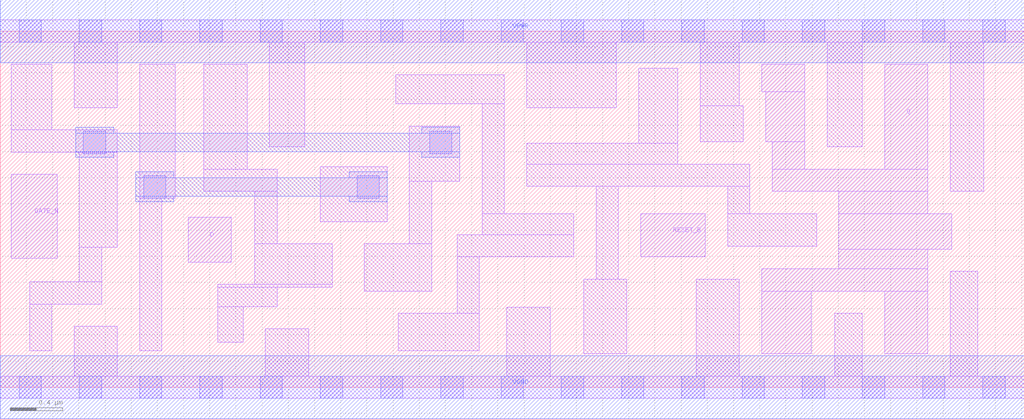
<source format=lef>
# Copyright 2020 The SkyWater PDK Authors
#
# Licensed under the Apache License, Version 2.0 (the "License");
# you may not use this file except in compliance with the License.
# You may obtain a copy of the License at
#
#     https://www.apache.org/licenses/LICENSE-2.0
#
# Unless required by applicable law or agreed to in writing, software
# distributed under the License is distributed on an "AS IS" BASIS,
# WITHOUT WARRANTIES OR CONDITIONS OF ANY KIND, either express or implied.
# See the License for the specific language governing permissions and
# limitations under the License.
#
# SPDX-License-Identifier: Apache-2.0

VERSION 5.7 ;
  NOWIREEXTENSIONATPIN ON ;
  DIVIDERCHAR "/" ;
  BUSBITCHARS "[]" ;
UNITS
  DATABASE MICRONS 200 ;
END UNITS
PROPERTYDEFINITIONS
  MACRO maskLayoutSubType STRING ;
  MACRO prCellType STRING ;
  MACRO originalViewName STRING ;
END PROPERTYDEFINITIONS
MACRO sky130_fd_sc_hdll__dlrtn_4
  CLASS CORE ;
  FOREIGN sky130_fd_sc_hdll__dlrtn_4 ;
  ORIGIN  0.000000  0.000000 ;
  SIZE  7.820000 BY  2.720000 ;
  SYMMETRY X Y R90 ;
  SITE unithd ;
  PIN D
    ANTENNAGATEAREA  0.178200 ;
    DIRECTION INPUT ;
    USE SIGNAL ;
    PORT
      LAYER li1 ;
        RECT 1.435000 0.955000 1.765000 1.300000 ;
    END
  END D
  PIN GATE_N
    ANTENNAGATEAREA  0.178200 ;
    DIRECTION INPUT ;
    USE SIGNAL ;
    PORT
      LAYER li1 ;
        RECT 0.085000 0.985000 0.435000 1.625000 ;
    END
  END GATE_N
  PIN Q
    ANTENNADIFFAREA  0.931000 ;
    DIRECTION OUTPUT ;
    USE SIGNAL ;
    PORT
      LAYER li1 ;
        RECT 5.815000 0.255000 6.195000 0.735000 ;
        RECT 5.815000 0.735000 7.085000 0.905000 ;
        RECT 5.815000 2.255000 6.145000 2.465000 ;
        RECT 5.845000 1.875000 6.145000 2.255000 ;
        RECT 5.895000 1.495000 7.085000 1.665000 ;
        RECT 5.895000 1.665000 6.145000 1.875000 ;
        RECT 6.405000 0.905000 7.085000 1.055000 ;
        RECT 6.405000 1.055000 7.265000 1.325000 ;
        RECT 6.405000 1.325000 7.085000 1.495000 ;
        RECT 6.755000 0.255000 7.085000 0.735000 ;
        RECT 6.755000 1.665000 7.085000 2.465000 ;
    END
  END Q
  PIN RESET_B
    ANTENNAGATEAREA  0.277500 ;
    DIRECTION INPUT ;
    USE SIGNAL ;
    PORT
      LAYER li1 ;
        RECT 4.890000 0.995000 5.385000 1.325000 ;
    END
  END RESET_B
  PIN VGND
    DIRECTION INOUT ;
    USE GROUND ;
    PORT
      LAYER met1 ;
        RECT 0.000000 -0.240000 7.820000 0.240000 ;
    END
  END VGND
  PIN VPWR
    DIRECTION INOUT ;
    USE POWER ;
    PORT
      LAYER met1 ;
        RECT 0.000000 2.480000 7.820000 2.960000 ;
    END
  END VPWR
  OBS
    LAYER li1 ;
      RECT 0.000000 -0.085000 7.820000 0.085000 ;
      RECT 0.000000  2.635000 7.820000 2.805000 ;
      RECT 0.085000  1.795000 0.895000 1.965000 ;
      RECT 0.085000  1.965000 0.395000 2.465000 ;
      RECT 0.225000  0.280000 0.395000 0.635000 ;
      RECT 0.225000  0.635000 0.775000 0.805000 ;
      RECT 0.565000  0.085000 0.895000 0.465000 ;
      RECT 0.565000  2.135000 0.895000 2.635000 ;
      RECT 0.605000  0.805000 0.775000 1.070000 ;
      RECT 0.605000  1.070000 0.895000 1.795000 ;
      RECT 1.065000  0.280000 1.235000 1.445000 ;
      RECT 1.065000  1.445000 1.335000 2.465000 ;
      RECT 1.555000  1.495000 2.115000 1.665000 ;
      RECT 1.555000  1.665000 1.885000 2.465000 ;
      RECT 1.660000  0.345000 1.855000 0.615000 ;
      RECT 1.660000  0.615000 2.115000 0.765000 ;
      RECT 1.660000  0.765000 2.535000 0.785000 ;
      RECT 1.945000  0.785000 2.535000 1.095000 ;
      RECT 1.945000  1.095000 2.115000 1.495000 ;
      RECT 2.025000  0.085000 2.355000 0.445000 ;
      RECT 2.055000  1.835000 2.325000 2.635000 ;
      RECT 2.445000  1.265000 2.955000 1.685000 ;
      RECT 2.780000  0.735000 3.295000 1.095000 ;
      RECT 3.020000  2.165000 3.850000 2.385000 ;
      RECT 3.040000  0.280000 3.660000 0.565000 ;
      RECT 3.125000  1.095000 3.295000 1.575000 ;
      RECT 3.125000  1.575000 3.510000 1.995000 ;
      RECT 3.490000  0.565000 3.660000 0.995000 ;
      RECT 3.490000  0.995000 4.380000 1.165000 ;
      RECT 3.680000  1.165000 4.380000 1.325000 ;
      RECT 3.680000  1.325000 3.850000 2.165000 ;
      RECT 3.870000  0.085000 4.200000 0.610000 ;
      RECT 4.020000  1.535000 5.725000 1.705000 ;
      RECT 4.020000  1.705000 5.175000 1.865000 ;
      RECT 4.020000  2.135000 4.705000 2.635000 ;
      RECT 4.455000  0.255000 4.785000 0.825000 ;
      RECT 4.550000  0.825000 4.720000 1.535000 ;
      RECT 4.875000  1.865000 5.175000 2.435000 ;
      RECT 5.315000  0.085000 5.645000 0.825000 ;
      RECT 5.345000  1.875000 5.675000 2.150000 ;
      RECT 5.345000  2.150000 5.645000 2.635000 ;
      RECT 5.555000  1.075000 6.235000 1.325000 ;
      RECT 5.555000  1.325000 5.725000 1.535000 ;
      RECT 6.315000  1.835000 6.585000 2.635000 ;
      RECT 6.375000  0.085000 6.585000 0.565000 ;
      RECT 7.255000  0.085000 7.465000 0.885000 ;
      RECT 7.255000  1.495000 7.510000 2.635000 ;
    LAYER mcon ;
      RECT 0.145000 -0.085000 0.315000 0.085000 ;
      RECT 0.145000  2.635000 0.315000 2.805000 ;
      RECT 0.605000 -0.085000 0.775000 0.085000 ;
      RECT 0.605000  2.635000 0.775000 2.805000 ;
      RECT 0.635000  1.785000 0.805000 1.955000 ;
      RECT 1.065000 -0.085000 1.235000 0.085000 ;
      RECT 1.065000  2.635000 1.235000 2.805000 ;
      RECT 1.095000  1.445000 1.265000 1.615000 ;
      RECT 1.525000 -0.085000 1.695000 0.085000 ;
      RECT 1.525000  2.635000 1.695000 2.805000 ;
      RECT 1.985000 -0.085000 2.155000 0.085000 ;
      RECT 1.985000  2.635000 2.155000 2.805000 ;
      RECT 2.445000 -0.085000 2.615000 0.085000 ;
      RECT 2.445000  2.635000 2.615000 2.805000 ;
      RECT 2.725000  1.445000 2.895000 1.615000 ;
      RECT 2.905000 -0.085000 3.075000 0.085000 ;
      RECT 2.905000  2.635000 3.075000 2.805000 ;
      RECT 3.280000  1.785000 3.450000 1.955000 ;
      RECT 3.365000 -0.085000 3.535000 0.085000 ;
      RECT 3.365000  2.635000 3.535000 2.805000 ;
      RECT 3.825000 -0.085000 3.995000 0.085000 ;
      RECT 3.825000  2.635000 3.995000 2.805000 ;
      RECT 4.285000 -0.085000 4.455000 0.085000 ;
      RECT 4.285000  2.635000 4.455000 2.805000 ;
      RECT 4.745000 -0.085000 4.915000 0.085000 ;
      RECT 4.745000  2.635000 4.915000 2.805000 ;
      RECT 5.205000 -0.085000 5.375000 0.085000 ;
      RECT 5.205000  2.635000 5.375000 2.805000 ;
      RECT 5.665000 -0.085000 5.835000 0.085000 ;
      RECT 5.665000  2.635000 5.835000 2.805000 ;
      RECT 6.125000 -0.085000 6.295000 0.085000 ;
      RECT 6.125000  2.635000 6.295000 2.805000 ;
      RECT 6.585000 -0.085000 6.755000 0.085000 ;
      RECT 6.585000  2.635000 6.755000 2.805000 ;
      RECT 7.045000 -0.085000 7.215000 0.085000 ;
      RECT 7.045000  2.635000 7.215000 2.805000 ;
      RECT 7.505000 -0.085000 7.675000 0.085000 ;
      RECT 7.505000  2.635000 7.675000 2.805000 ;
    LAYER met1 ;
      RECT 0.575000 1.755000 0.865000 1.800000 ;
      RECT 0.575000 1.800000 3.510000 1.940000 ;
      RECT 0.575000 1.940000 0.865000 1.985000 ;
      RECT 1.035000 1.415000 1.325000 1.460000 ;
      RECT 1.035000 1.460000 2.955000 1.600000 ;
      RECT 1.035000 1.600000 1.325000 1.645000 ;
      RECT 2.665000 1.415000 2.955000 1.460000 ;
      RECT 2.665000 1.600000 2.955000 1.645000 ;
      RECT 3.220000 1.755000 3.510000 1.800000 ;
      RECT 3.220000 1.940000 3.510000 1.985000 ;
  END
  PROPERTY maskLayoutSubType "abstract" ;
  PROPERTY prCellType "standard" ;
  PROPERTY originalViewName "layout" ;
END sky130_fd_sc_hdll__dlrtn_4
END LIBRARY

</source>
